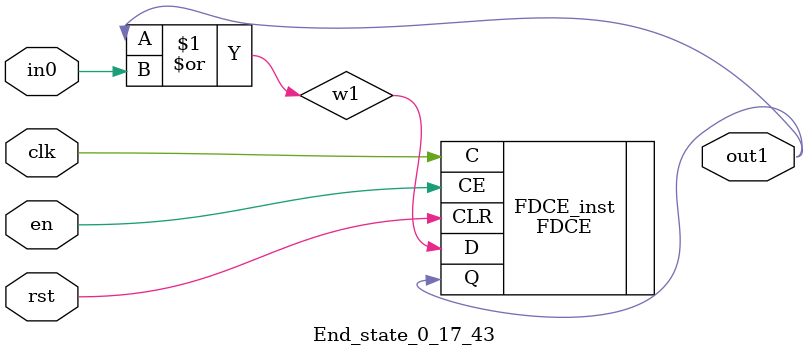
<source format=v>
module engine_0_17(out,clk,sod,en, in_44, in_0, in_3, in_5, in_7, in_8, in_14, in_15, in_16, in_17, in_18, in_29, in_30);
//pcre: /^\x3BServicesStatus\x3B(All|Active|Inactive)Services/smi
//block char: \x3B[8], ^[9], N[0], L[0], I[0], S[0], v[0], a[0], r[0], e[0], c[0], u[0], t[0], 

	input clk,sod,en;

	input in_44, in_0, in_3, in_5, in_7, in_8, in_14, in_15, in_16, in_17, in_18, in_29, in_30;
	output out;

	assign w0 = 1'b1;
	state_0_17_1 BlockState_0_17_1 (w1,in_0,clk,en,sod,w0);
	state_0_17_2 BlockState_0_17_2 (w2,in_44,clk,en,sod,w1);
	state_0_17_3 BlockState_0_17_3 (w3,in_8,clk,en,sod,w2);
	state_0_17_4 BlockState_0_17_4 (w4,in_17,clk,en,sod,w3);
	state_0_17_5 BlockState_0_17_5 (w5,in_16,clk,en,sod,w4);
	state_0_17_6 BlockState_0_17_6 (w6,in_14,clk,en,sod,w5);
	state_0_17_7 BlockState_0_17_7 (w7,in_7,clk,en,sod,w6);
	state_0_17_8 BlockState_0_17_8 (w8,in_18,clk,en,sod,w7);
	state_0_17_9 BlockState_0_17_9 (w9,in_17,clk,en,sod,w8);
	state_0_17_10 BlockState_0_17_10 (w10,in_8,clk,en,sod,w9);
	state_0_17_11 BlockState_0_17_11 (w11,in_8,clk,en,sod,w10);
	state_0_17_12 BlockState_0_17_12 (w12,in_30,clk,en,sod,w11);
	state_0_17_13 BlockState_0_17_13 (w13,in_15,clk,en,sod,w12);
	state_0_17_14 BlockState_0_17_14 (w14,in_30,clk,en,sod,w13);
	state_0_17_15 BlockState_0_17_15 (w15,in_29,clk,en,sod,w14);
	state_0_17_16 BlockState_0_17_16 (w16,in_8,clk,en,sod,w15);
	state_0_17_17 BlockState_0_17_17 (w17,in_44,clk,en,sod,w16);
	state_0_17_18 BlockState_0_17_18 (w18,in_15,clk,en,sod,w17);
	state_0_17_19 BlockState_0_17_19 (w19,in_5,clk,en,sod,w18);
	state_0_17_20 BlockState_0_17_20 (w20,in_5,clk,en,sod,w19);
	state_0_17_21 BlockState_0_17_21 (w21,in_15,clk,en,sod,w17);
	state_0_17_22 BlockState_0_17_22 (w22,in_18,clk,en,sod,w21);
	state_0_17_23 BlockState_0_17_23 (w23,in_30,clk,en,sod,w22);
	state_0_17_24 BlockState_0_17_24 (w24,in_7,clk,en,sod,w23);
	state_0_17_25 BlockState_0_17_25 (w25,in_14,clk,en,sod,w24);
	state_0_17_26 BlockState_0_17_26 (w26,in_17,clk,en,sod,w25);
	state_0_17_27 BlockState_0_17_27 (w27,in_7,clk,en,sod,w17);
	state_0_17_28 BlockState_0_17_28 (w28,in_3,clk,en,sod,w27);
	state_0_17_29 BlockState_0_17_29 (w29,in_15,clk,en,sod,w28);
	state_0_17_30 BlockState_0_17_30 (w30,in_18,clk,en,sod,w29);
	state_0_17_31 BlockState_0_17_31 (w31,in_30,clk,en,sod,w30);
	state_0_17_32 BlockState_0_17_32 (w32,in_7,clk,en,sod,w31);
	state_0_17_33 BlockState_0_17_33 (w33,in_14,clk,en,sod,w32);
	state_0_17_34 BlockState_0_17_34 (w34,in_17,clk,en,sod,w33);
	state_0_17_35 BlockState_0_17_35 (w35,in_8,clk,en,sod,w20,w26,w34);
	state_0_17_36 BlockState_0_17_36 (w36,in_17,clk,en,sod,w35);
	state_0_17_37 BlockState_0_17_37 (w37,in_16,clk,en,sod,w36);
	state_0_17_38 BlockState_0_17_38 (w38,in_14,clk,en,sod,w37);
	state_0_17_39 BlockState_0_17_39 (w39,in_7,clk,en,sod,w38);
	state_0_17_40 BlockState_0_17_40 (w40,in_18,clk,en,sod,w39);
	state_0_17_41 BlockState_0_17_41 (w41,in_17,clk,en,sod,w40);
	state_0_17_42 BlockState_0_17_42 (w42,in_8,clk,en,sod,w41);
	End_state_0_17_43 BlockState_0_17_43 (out,clk,en,sod,w42);
endmodule

module state_0_17_1(out1,in_char,clk,en,rst,in0);
	input in_char,clk,en,rst,in0;
	output out1;
	wire w1,w2;
	assign w1 = in0; 
	and(w2,in_char,w1);
	FDCE #(.INIT(1'b0)) FDCE_inst (
		.Q(out1),
		.C(clk),
		.CE(en),
		.CLR(rst),
		.D(w2)
);
endmodule

module state_0_17_2(out1,in_char,clk,en,rst,in0);
	input in_char,clk,en,rst,in0;
	output out1;
	wire w1,w2;
	assign w1 = in0; 
	and(w2,in_char,w1);
	FDCE #(.INIT(1'b0)) FDCE_inst (
		.Q(out1),
		.C(clk),
		.CE(en),
		.CLR(rst),
		.D(w2)
);
endmodule

module state_0_17_3(out1,in_char,clk,en,rst,in0);
	input in_char,clk,en,rst,in0;
	output out1;
	wire w1,w2;
	assign w1 = in0; 
	and(w2,in_char,w1);
	FDCE #(.INIT(1'b0)) FDCE_inst (
		.Q(out1),
		.C(clk),
		.CE(en),
		.CLR(rst),
		.D(w2)
);
endmodule

module state_0_17_4(out1,in_char,clk,en,rst,in0);
	input in_char,clk,en,rst,in0;
	output out1;
	wire w1,w2;
	assign w1 = in0; 
	and(w2,in_char,w1);
	FDCE #(.INIT(1'b0)) FDCE_inst (
		.Q(out1),
		.C(clk),
		.CE(en),
		.CLR(rst),
		.D(w2)
);
endmodule

module state_0_17_5(out1,in_char,clk,en,rst,in0);
	input in_char,clk,en,rst,in0;
	output out1;
	wire w1,w2;
	assign w1 = in0; 
	and(w2,in_char,w1);
	FDCE #(.INIT(1'b0)) FDCE_inst (
		.Q(out1),
		.C(clk),
		.CE(en),
		.CLR(rst),
		.D(w2)
);
endmodule

module state_0_17_6(out1,in_char,clk,en,rst,in0);
	input in_char,clk,en,rst,in0;
	output out1;
	wire w1,w2;
	assign w1 = in0; 
	and(w2,in_char,w1);
	FDCE #(.INIT(1'b0)) FDCE_inst (
		.Q(out1),
		.C(clk),
		.CE(en),
		.CLR(rst),
		.D(w2)
);
endmodule

module state_0_17_7(out1,in_char,clk,en,rst,in0);
	input in_char,clk,en,rst,in0;
	output out1;
	wire w1,w2;
	assign w1 = in0; 
	and(w2,in_char,w1);
	FDCE #(.INIT(1'b0)) FDCE_inst (
		.Q(out1),
		.C(clk),
		.CE(en),
		.CLR(rst),
		.D(w2)
);
endmodule

module state_0_17_8(out1,in_char,clk,en,rst,in0);
	input in_char,clk,en,rst,in0;
	output out1;
	wire w1,w2;
	assign w1 = in0; 
	and(w2,in_char,w1);
	FDCE #(.INIT(1'b0)) FDCE_inst (
		.Q(out1),
		.C(clk),
		.CE(en),
		.CLR(rst),
		.D(w2)
);
endmodule

module state_0_17_9(out1,in_char,clk,en,rst,in0);
	input in_char,clk,en,rst,in0;
	output out1;
	wire w1,w2;
	assign w1 = in0; 
	and(w2,in_char,w1);
	FDCE #(.INIT(1'b0)) FDCE_inst (
		.Q(out1),
		.C(clk),
		.CE(en),
		.CLR(rst),
		.D(w2)
);
endmodule

module state_0_17_10(out1,in_char,clk,en,rst,in0);
	input in_char,clk,en,rst,in0;
	output out1;
	wire w1,w2;
	assign w1 = in0; 
	and(w2,in_char,w1);
	FDCE #(.INIT(1'b0)) FDCE_inst (
		.Q(out1),
		.C(clk),
		.CE(en),
		.CLR(rst),
		.D(w2)
);
endmodule

module state_0_17_11(out1,in_char,clk,en,rst,in0);
	input in_char,clk,en,rst,in0;
	output out1;
	wire w1,w2;
	assign w1 = in0; 
	and(w2,in_char,w1);
	FDCE #(.INIT(1'b0)) FDCE_inst (
		.Q(out1),
		.C(clk),
		.CE(en),
		.CLR(rst),
		.D(w2)
);
endmodule

module state_0_17_12(out1,in_char,clk,en,rst,in0);
	input in_char,clk,en,rst,in0;
	output out1;
	wire w1,w2;
	assign w1 = in0; 
	and(w2,in_char,w1);
	FDCE #(.INIT(1'b0)) FDCE_inst (
		.Q(out1),
		.C(clk),
		.CE(en),
		.CLR(rst),
		.D(w2)
);
endmodule

module state_0_17_13(out1,in_char,clk,en,rst,in0);
	input in_char,clk,en,rst,in0;
	output out1;
	wire w1,w2;
	assign w1 = in0; 
	and(w2,in_char,w1);
	FDCE #(.INIT(1'b0)) FDCE_inst (
		.Q(out1),
		.C(clk),
		.CE(en),
		.CLR(rst),
		.D(w2)
);
endmodule

module state_0_17_14(out1,in_char,clk,en,rst,in0);
	input in_char,clk,en,rst,in0;
	output out1;
	wire w1,w2;
	assign w1 = in0; 
	and(w2,in_char,w1);
	FDCE #(.INIT(1'b0)) FDCE_inst (
		.Q(out1),
		.C(clk),
		.CE(en),
		.CLR(rst),
		.D(w2)
);
endmodule

module state_0_17_15(out1,in_char,clk,en,rst,in0);
	input in_char,clk,en,rst,in0;
	output out1;
	wire w1,w2;
	assign w1 = in0; 
	and(w2,in_char,w1);
	FDCE #(.INIT(1'b0)) FDCE_inst (
		.Q(out1),
		.C(clk),
		.CE(en),
		.CLR(rst),
		.D(w2)
);
endmodule

module state_0_17_16(out1,in_char,clk,en,rst,in0);
	input in_char,clk,en,rst,in0;
	output out1;
	wire w1,w2;
	assign w1 = in0; 
	and(w2,in_char,w1);
	FDCE #(.INIT(1'b0)) FDCE_inst (
		.Q(out1),
		.C(clk),
		.CE(en),
		.CLR(rst),
		.D(w2)
);
endmodule

module state_0_17_17(out1,in_char,clk,en,rst,in0);
	input in_char,clk,en,rst,in0;
	output out1;
	wire w1,w2;
	assign w1 = in0; 
	and(w2,in_char,w1);
	FDCE #(.INIT(1'b0)) FDCE_inst (
		.Q(out1),
		.C(clk),
		.CE(en),
		.CLR(rst),
		.D(w2)
);
endmodule

module state_0_17_18(out1,in_char,clk,en,rst,in0);
	input in_char,clk,en,rst,in0;
	output out1;
	wire w1,w2;
	assign w1 = in0; 
	and(w2,in_char,w1);
	FDCE #(.INIT(1'b0)) FDCE_inst (
		.Q(out1),
		.C(clk),
		.CE(en),
		.CLR(rst),
		.D(w2)
);
endmodule

module state_0_17_19(out1,in_char,clk,en,rst,in0);
	input in_char,clk,en,rst,in0;
	output out1;
	wire w1,w2;
	assign w1 = in0; 
	and(w2,in_char,w1);
	FDCE #(.INIT(1'b0)) FDCE_inst (
		.Q(out1),
		.C(clk),
		.CE(en),
		.CLR(rst),
		.D(w2)
);
endmodule

module state_0_17_20(out1,in_char,clk,en,rst,in0);
	input in_char,clk,en,rst,in0;
	output out1;
	wire w1,w2;
	assign w1 = in0; 
	and(w2,in_char,w1);
	FDCE #(.INIT(1'b0)) FDCE_inst (
		.Q(out1),
		.C(clk),
		.CE(en),
		.CLR(rst),
		.D(w2)
);
endmodule

module state_0_17_21(out1,in_char,clk,en,rst,in0);
	input in_char,clk,en,rst,in0;
	output out1;
	wire w1,w2;
	assign w1 = in0; 
	and(w2,in_char,w1);
	FDCE #(.INIT(1'b0)) FDCE_inst (
		.Q(out1),
		.C(clk),
		.CE(en),
		.CLR(rst),
		.D(w2)
);
endmodule

module state_0_17_22(out1,in_char,clk,en,rst,in0);
	input in_char,clk,en,rst,in0;
	output out1;
	wire w1,w2;
	assign w1 = in0; 
	and(w2,in_char,w1);
	FDCE #(.INIT(1'b0)) FDCE_inst (
		.Q(out1),
		.C(clk),
		.CE(en),
		.CLR(rst),
		.D(w2)
);
endmodule

module state_0_17_23(out1,in_char,clk,en,rst,in0);
	input in_char,clk,en,rst,in0;
	output out1;
	wire w1,w2;
	assign w1 = in0; 
	and(w2,in_char,w1);
	FDCE #(.INIT(1'b0)) FDCE_inst (
		.Q(out1),
		.C(clk),
		.CE(en),
		.CLR(rst),
		.D(w2)
);
endmodule

module state_0_17_24(out1,in_char,clk,en,rst,in0);
	input in_char,clk,en,rst,in0;
	output out1;
	wire w1,w2;
	assign w1 = in0; 
	and(w2,in_char,w1);
	FDCE #(.INIT(1'b0)) FDCE_inst (
		.Q(out1),
		.C(clk),
		.CE(en),
		.CLR(rst),
		.D(w2)
);
endmodule

module state_0_17_25(out1,in_char,clk,en,rst,in0);
	input in_char,clk,en,rst,in0;
	output out1;
	wire w1,w2;
	assign w1 = in0; 
	and(w2,in_char,w1);
	FDCE #(.INIT(1'b0)) FDCE_inst (
		.Q(out1),
		.C(clk),
		.CE(en),
		.CLR(rst),
		.D(w2)
);
endmodule

module state_0_17_26(out1,in_char,clk,en,rst,in0);
	input in_char,clk,en,rst,in0;
	output out1;
	wire w1,w2;
	assign w1 = in0; 
	and(w2,in_char,w1);
	FDCE #(.INIT(1'b0)) FDCE_inst (
		.Q(out1),
		.C(clk),
		.CE(en),
		.CLR(rst),
		.D(w2)
);
endmodule

module state_0_17_27(out1,in_char,clk,en,rst,in0);
	input in_char,clk,en,rst,in0;
	output out1;
	wire w1,w2;
	assign w1 = in0; 
	and(w2,in_char,w1);
	FDCE #(.INIT(1'b0)) FDCE_inst (
		.Q(out1),
		.C(clk),
		.CE(en),
		.CLR(rst),
		.D(w2)
);
endmodule

module state_0_17_28(out1,in_char,clk,en,rst,in0);
	input in_char,clk,en,rst,in0;
	output out1;
	wire w1,w2;
	assign w1 = in0; 
	and(w2,in_char,w1);
	FDCE #(.INIT(1'b0)) FDCE_inst (
		.Q(out1),
		.C(clk),
		.CE(en),
		.CLR(rst),
		.D(w2)
);
endmodule

module state_0_17_29(out1,in_char,clk,en,rst,in0);
	input in_char,clk,en,rst,in0;
	output out1;
	wire w1,w2;
	assign w1 = in0; 
	and(w2,in_char,w1);
	FDCE #(.INIT(1'b0)) FDCE_inst (
		.Q(out1),
		.C(clk),
		.CE(en),
		.CLR(rst),
		.D(w2)
);
endmodule

module state_0_17_30(out1,in_char,clk,en,rst,in0);
	input in_char,clk,en,rst,in0;
	output out1;
	wire w1,w2;
	assign w1 = in0; 
	and(w2,in_char,w1);
	FDCE #(.INIT(1'b0)) FDCE_inst (
		.Q(out1),
		.C(clk),
		.CE(en),
		.CLR(rst),
		.D(w2)
);
endmodule

module state_0_17_31(out1,in_char,clk,en,rst,in0);
	input in_char,clk,en,rst,in0;
	output out1;
	wire w1,w2;
	assign w1 = in0; 
	and(w2,in_char,w1);
	FDCE #(.INIT(1'b0)) FDCE_inst (
		.Q(out1),
		.C(clk),
		.CE(en),
		.CLR(rst),
		.D(w2)
);
endmodule

module state_0_17_32(out1,in_char,clk,en,rst,in0);
	input in_char,clk,en,rst,in0;
	output out1;
	wire w1,w2;
	assign w1 = in0; 
	and(w2,in_char,w1);
	FDCE #(.INIT(1'b0)) FDCE_inst (
		.Q(out1),
		.C(clk),
		.CE(en),
		.CLR(rst),
		.D(w2)
);
endmodule

module state_0_17_33(out1,in_char,clk,en,rst,in0);
	input in_char,clk,en,rst,in0;
	output out1;
	wire w1,w2;
	assign w1 = in0; 
	and(w2,in_char,w1);
	FDCE #(.INIT(1'b0)) FDCE_inst (
		.Q(out1),
		.C(clk),
		.CE(en),
		.CLR(rst),
		.D(w2)
);
endmodule

module state_0_17_34(out1,in_char,clk,en,rst,in0);
	input in_char,clk,en,rst,in0;
	output out1;
	wire w1,w2;
	assign w1 = in0; 
	and(w2,in_char,w1);
	FDCE #(.INIT(1'b0)) FDCE_inst (
		.Q(out1),
		.C(clk),
		.CE(en),
		.CLR(rst),
		.D(w2)
);
endmodule

module state_0_17_35(out1,in_char,clk,en,rst,in0,in1,in2);
	input in_char,clk,en,rst,in0,in1,in2;
	output out1;
	wire w1,w2;
	or(w1,in0,in1,in2);
	and(w2,in_char,w1);
	FDCE #(.INIT(1'b0)) FDCE_inst (
		.Q(out1),
		.C(clk),
		.CE(en),
		.CLR(rst),
		.D(w2)
);
endmodule

module state_0_17_36(out1,in_char,clk,en,rst,in0);
	input in_char,clk,en,rst,in0;
	output out1;
	wire w1,w2;
	assign w1 = in0; 
	and(w2,in_char,w1);
	FDCE #(.INIT(1'b0)) FDCE_inst (
		.Q(out1),
		.C(clk),
		.CE(en),
		.CLR(rst),
		.D(w2)
);
endmodule

module state_0_17_37(out1,in_char,clk,en,rst,in0);
	input in_char,clk,en,rst,in0;
	output out1;
	wire w1,w2;
	assign w1 = in0; 
	and(w2,in_char,w1);
	FDCE #(.INIT(1'b0)) FDCE_inst (
		.Q(out1),
		.C(clk),
		.CE(en),
		.CLR(rst),
		.D(w2)
);
endmodule

module state_0_17_38(out1,in_char,clk,en,rst,in0);
	input in_char,clk,en,rst,in0;
	output out1;
	wire w1,w2;
	assign w1 = in0; 
	and(w2,in_char,w1);
	FDCE #(.INIT(1'b0)) FDCE_inst (
		.Q(out1),
		.C(clk),
		.CE(en),
		.CLR(rst),
		.D(w2)
);
endmodule

module state_0_17_39(out1,in_char,clk,en,rst,in0);
	input in_char,clk,en,rst,in0;
	output out1;
	wire w1,w2;
	assign w1 = in0; 
	and(w2,in_char,w1);
	FDCE #(.INIT(1'b0)) FDCE_inst (
		.Q(out1),
		.C(clk),
		.CE(en),
		.CLR(rst),
		.D(w2)
);
endmodule

module state_0_17_40(out1,in_char,clk,en,rst,in0);
	input in_char,clk,en,rst,in0;
	output out1;
	wire w1,w2;
	assign w1 = in0; 
	and(w2,in_char,w1);
	FDCE #(.INIT(1'b0)) FDCE_inst (
		.Q(out1),
		.C(clk),
		.CE(en),
		.CLR(rst),
		.D(w2)
);
endmodule

module state_0_17_41(out1,in_char,clk,en,rst,in0);
	input in_char,clk,en,rst,in0;
	output out1;
	wire w1,w2;
	assign w1 = in0; 
	and(w2,in_char,w1);
	FDCE #(.INIT(1'b0)) FDCE_inst (
		.Q(out1),
		.C(clk),
		.CE(en),
		.CLR(rst),
		.D(w2)
);
endmodule

module state_0_17_42(out1,in_char,clk,en,rst,in0);
	input in_char,clk,en,rst,in0;
	output out1;
	wire w1,w2;
	assign w1 = in0; 
	and(w2,in_char,w1);
	FDCE #(.INIT(1'b0)) FDCE_inst (
		.Q(out1),
		.C(clk),
		.CE(en),
		.CLR(rst),
		.D(w2)
);
endmodule

module End_state_0_17_43(out1,clk,en,rst,in0);
	input clk,rst,en,in0;
	output out1;
	wire w1;
	or(w1,out1,in0);
	FDCE #(.INIT(1'b0)) FDCE_inst (
		.Q(out1),
		.C(clk),
		.CE(en),
		.CLR(rst),
		.D(w1)
);
endmodule


</source>
